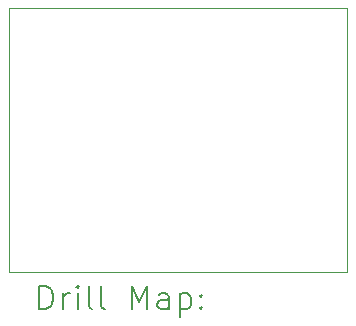
<source format=gbr>
%TF.GenerationSoftware,KiCad,Pcbnew,8.0.0*%
%TF.CreationDate,2024-04-17T17:58:52+02:00*%
%TF.ProjectId,SCS Maker,53435320-4d61-46b6-9572-2e6b69636164,rev?*%
%TF.SameCoordinates,Original*%
%TF.FileFunction,Drillmap*%
%TF.FilePolarity,Positive*%
%FSLAX45Y45*%
G04 Gerber Fmt 4.5, Leading zero omitted, Abs format (unit mm)*
G04 Created by KiCad (PCBNEW 8.0.0) date 2024-04-17 17:58:52*
%MOMM*%
%LPD*%
G01*
G04 APERTURE LIST*
%ADD10C,0.100000*%
%ADD11C,0.200000*%
G04 APERTURE END LIST*
D10*
X6304280Y-3937000D02*
X9169400Y-3937000D01*
X9169400Y-6172200D01*
X6304280Y-6172200D01*
X6304280Y-3937000D01*
D11*
X6560057Y-6488684D02*
X6560057Y-6288684D01*
X6560057Y-6288684D02*
X6607676Y-6288684D01*
X6607676Y-6288684D02*
X6636247Y-6298208D01*
X6636247Y-6298208D02*
X6655295Y-6317255D01*
X6655295Y-6317255D02*
X6664819Y-6336303D01*
X6664819Y-6336303D02*
X6674342Y-6374398D01*
X6674342Y-6374398D02*
X6674342Y-6402969D01*
X6674342Y-6402969D02*
X6664819Y-6441065D01*
X6664819Y-6441065D02*
X6655295Y-6460112D01*
X6655295Y-6460112D02*
X6636247Y-6479160D01*
X6636247Y-6479160D02*
X6607676Y-6488684D01*
X6607676Y-6488684D02*
X6560057Y-6488684D01*
X6760057Y-6488684D02*
X6760057Y-6355350D01*
X6760057Y-6393446D02*
X6769581Y-6374398D01*
X6769581Y-6374398D02*
X6779104Y-6364874D01*
X6779104Y-6364874D02*
X6798152Y-6355350D01*
X6798152Y-6355350D02*
X6817200Y-6355350D01*
X6883866Y-6488684D02*
X6883866Y-6355350D01*
X6883866Y-6288684D02*
X6874342Y-6298208D01*
X6874342Y-6298208D02*
X6883866Y-6307731D01*
X6883866Y-6307731D02*
X6893390Y-6298208D01*
X6893390Y-6298208D02*
X6883866Y-6288684D01*
X6883866Y-6288684D02*
X6883866Y-6307731D01*
X7007676Y-6488684D02*
X6988628Y-6479160D01*
X6988628Y-6479160D02*
X6979104Y-6460112D01*
X6979104Y-6460112D02*
X6979104Y-6288684D01*
X7112438Y-6488684D02*
X7093390Y-6479160D01*
X7093390Y-6479160D02*
X7083866Y-6460112D01*
X7083866Y-6460112D02*
X7083866Y-6288684D01*
X7341009Y-6488684D02*
X7341009Y-6288684D01*
X7341009Y-6288684D02*
X7407676Y-6431541D01*
X7407676Y-6431541D02*
X7474342Y-6288684D01*
X7474342Y-6288684D02*
X7474342Y-6488684D01*
X7655295Y-6488684D02*
X7655295Y-6383922D01*
X7655295Y-6383922D02*
X7645771Y-6364874D01*
X7645771Y-6364874D02*
X7626723Y-6355350D01*
X7626723Y-6355350D02*
X7588628Y-6355350D01*
X7588628Y-6355350D02*
X7569581Y-6364874D01*
X7655295Y-6479160D02*
X7636247Y-6488684D01*
X7636247Y-6488684D02*
X7588628Y-6488684D01*
X7588628Y-6488684D02*
X7569581Y-6479160D01*
X7569581Y-6479160D02*
X7560057Y-6460112D01*
X7560057Y-6460112D02*
X7560057Y-6441065D01*
X7560057Y-6441065D02*
X7569581Y-6422017D01*
X7569581Y-6422017D02*
X7588628Y-6412493D01*
X7588628Y-6412493D02*
X7636247Y-6412493D01*
X7636247Y-6412493D02*
X7655295Y-6402969D01*
X7750533Y-6355350D02*
X7750533Y-6555350D01*
X7750533Y-6364874D02*
X7769581Y-6355350D01*
X7769581Y-6355350D02*
X7807676Y-6355350D01*
X7807676Y-6355350D02*
X7826723Y-6364874D01*
X7826723Y-6364874D02*
X7836247Y-6374398D01*
X7836247Y-6374398D02*
X7845771Y-6393446D01*
X7845771Y-6393446D02*
X7845771Y-6450588D01*
X7845771Y-6450588D02*
X7836247Y-6469636D01*
X7836247Y-6469636D02*
X7826723Y-6479160D01*
X7826723Y-6479160D02*
X7807676Y-6488684D01*
X7807676Y-6488684D02*
X7769581Y-6488684D01*
X7769581Y-6488684D02*
X7750533Y-6479160D01*
X7931485Y-6469636D02*
X7941009Y-6479160D01*
X7941009Y-6479160D02*
X7931485Y-6488684D01*
X7931485Y-6488684D02*
X7921962Y-6479160D01*
X7921962Y-6479160D02*
X7931485Y-6469636D01*
X7931485Y-6469636D02*
X7931485Y-6488684D01*
X7931485Y-6364874D02*
X7941009Y-6374398D01*
X7941009Y-6374398D02*
X7931485Y-6383922D01*
X7931485Y-6383922D02*
X7921962Y-6374398D01*
X7921962Y-6374398D02*
X7931485Y-6364874D01*
X7931485Y-6364874D02*
X7931485Y-6383922D01*
M02*

</source>
